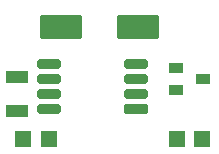
<source format=gtp>
%FSLAX35Y35*%
%MOIN*%
%TF.FileFunction,Paste,Top*%
%ADD10C,0.00197*%
%ADD11C,0.00295*%
%ADD12C,0.00984*%
%ADD13C,0.01024*%
%ADD14C,0.01181*%
%ADD15C,0.01575*%
%ADD16C,0.01969*%
%ADD17C,0.02362*%
%ADD18C,0.03150*%
%ADD19C,0.05000*%
%AMR_20*21,1,0.00984,0.00984,0,0,0.000*%
%ADD20R_20*%
%AMR_21*21,1,0.01837,0.01837,0,0,0.000*%
%ADD21R_21*%
%AMR_22*21,1,0.01969,0.01969,0,0,0.000*%
%ADD22R_22*%
%AMOCT_23*4,1,8,0.015748,0.031496,0.007874,0.039370,-0.007874,0.039370,-0.015748,0.031496,-0.015748,-0.031496,-0.007874,-0.039370,0.007874,-0.039370,0.015748,-0.031496,0.015748,0.031496,90.000*%
%ADD23OCT_23*%
%AMOCT_24*4,1,8,0.023622,0.011811,0.011811,0.023622,-0.011811,0.023622,-0.023622,0.011811,-0.023622,-0.011811,-0.011811,-0.023622,0.011811,-0.023622,0.023622,-0.011811,0.023622,0.011811,0.000*%
%ADD24OCT_24*%
%AMOCT_25*4,1,8,0.031496,0.015748,0.015748,0.031496,-0.015748,0.031496,-0.031496,0.015748,-0.031496,-0.015748,-0.015748,-0.031496,0.015748,-0.031496,0.031496,-0.015748,0.031496,0.015748,180.000*%
%ADD25OCT_25*%
%AMOCT_26*4,1,8,0.035433,0.017717,0.017717,0.035433,-0.017717,0.035433,-0.035433,0.017717,-0.035433,-0.017717,-0.017717,-0.035433,0.017717,-0.035433,0.035433,-0.017717,0.035433,0.017717,0.000*%
%ADD26OCT_26*%
%AMOCT_27*4,1,8,0.035433,0.017717,0.017717,0.035433,-0.017717,0.035433,-0.035433,0.017717,-0.035433,-0.017717,-0.017717,-0.035433,0.017717,-0.035433,0.035433,-0.017717,0.035433,0.017717,90.000*%
%ADD27OCT_27*%
%AMRR_28*21,1,0.03150,0.04409,0,0,270.000*21,1,0.02835,0.04724,0,0,270.000*1,1,0.00315,0.02205,-0.01417*1,1,0.00315,-0.02205,0.01417*1,1,0.00315,-0.02205,-0.01417*1,1,0.00315,0.02205,0.01417*%
%ADD28RR_28*%
%AMRR_29*21,1,0.03150,0.07244,0,0,90.000*21,1,0.02520,0.07874,0,0,90.000*1,1,0.00630,-0.03622,0.01260*1,1,0.00630,0.03622,-0.01260*1,1,0.00630,0.03622,0.01260*1,1,0.00630,-0.03622,-0.01260*%
%ADD29RR_29*%
%AMRR_30*21,1,0.04331,0.06654,0,0,270.000*21,1,0.03898,0.07087,0,0,270.000*1,1,0.00433,0.03327,-0.01949*1,1,0.00433,-0.03327,0.01949*1,1,0.00433,-0.03327,-0.01949*1,1,0.00433,0.03327,0.01949*%
%ADD30RR_30*%
%AMRR_31*21,1,0.05512,0.04961,0,0,0.000*21,1,0.04961,0.05512,0,0,0.000*1,1,0.00551,0.02480,0.02480*1,1,0.00551,-0.02480,-0.02480*1,1,0.00551,0.02480,-0.02480*1,1,0.00551,-0.02480,0.02480*%
%ADD31RR_31*%
%AMRR_32*21,1,0.05512,0.04961,0,0,180.000*21,1,0.04961,0.05512,0,0,180.000*1,1,0.00551,-0.02480,-0.02480*1,1,0.00551,0.02480,0.02480*1,1,0.00551,-0.02480,0.02480*1,1,0.00551,0.02480,-0.02480*%
%ADD32RR_32*%
%AMRR_33*21,1,0.05512,0.04961,0,0,270.000*21,1,0.04961,0.05512,0,0,270.000*1,1,0.00551,0.02480,-0.02480*1,1,0.00551,-0.02480,0.02480*1,1,0.00551,-0.02480,-0.02480*1,1,0.00551,0.02480,0.02480*%
%ADD33RR_33*%
%AMRR_34*21,1,0.06299,0.05039,0,0,180.000*21,1,0.05039,0.06299,0,0,180.000*1,1,0.01260,-0.02520,-0.02520*1,1,0.01260,0.02520,0.02520*1,1,0.01260,-0.02520,0.02520*1,1,0.01260,0.02520,-0.02520*%
%ADD34RR_34*%
%AMRR_35*21,1,0.07087,0.05669,0,0,0.000*21,1,0.05669,0.07087,0,0,0.000*1,1,0.01417,0.02835,0.02835*1,1,0.01417,-0.02835,-0.02835*1,1,0.01417,0.02835,-0.02835*1,1,0.01417,-0.02835,0.02835*%
%ADD35RR_35*%
%AMRR_36*21,1,0.07087,0.05669,0,0,90.000*21,1,0.05669,0.07087,0,0,90.000*1,1,0.01417,-0.02835,0.02835*1,1,0.01417,0.02835,-0.02835*1,1,0.01417,0.02835,0.02835*1,1,0.01417,-0.02835,-0.02835*%
%ADD36RR_36*%
%AMRR_37*21,1,0.13780,0.07087,0,0,180.000*21,1,0.12992,0.07874,0,0,180.000*1,1,0.00787,-0.06496,-0.03543*1,1,0.00787,0.06496,0.03543*1,1,0.00787,-0.06496,0.03543*1,1,0.00787,0.06496,-0.03543*%
%ADD37RR_37*%
G54D23*
X62086Y22500D03*
X62086Y27500D03*
X62086Y32500D03*
X32913Y32500D03*
X32913Y27500D03*
X32913Y22500D03*
X32913Y17500D03*
G54D28*
X75472Y31240D03*
X75472Y23759D03*
X84527Y27500D03*
G54D29*
X62086Y17500D03*
G54D30*
X22500Y16791D03*
X22500Y28208D03*
G54D31*
X84200Y7500D03*
X75800Y7500D03*
X32950Y7500D03*
X24550Y7500D03*
G54D37*
X62795Y45000D03*
X37204Y45000D03*
M02*

</source>
